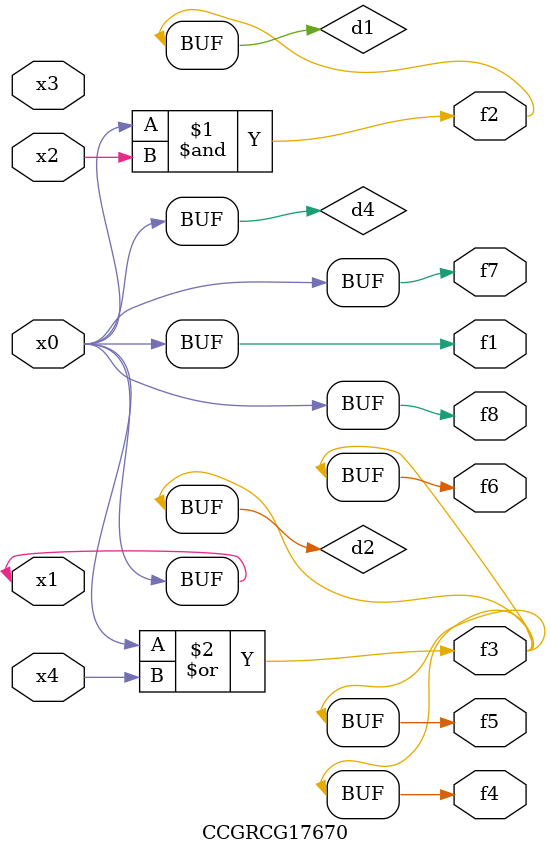
<source format=v>
module CCGRCG17670(
	input x0, x1, x2, x3, x4,
	output f1, f2, f3, f4, f5, f6, f7, f8
);

	wire d1, d2, d3, d4;

	and (d1, x0, x2);
	or (d2, x0, x4);
	nand (d3, x0, x2);
	buf (d4, x0, x1);
	assign f1 = d4;
	assign f2 = d1;
	assign f3 = d2;
	assign f4 = d2;
	assign f5 = d2;
	assign f6 = d2;
	assign f7 = d4;
	assign f8 = d4;
endmodule

</source>
